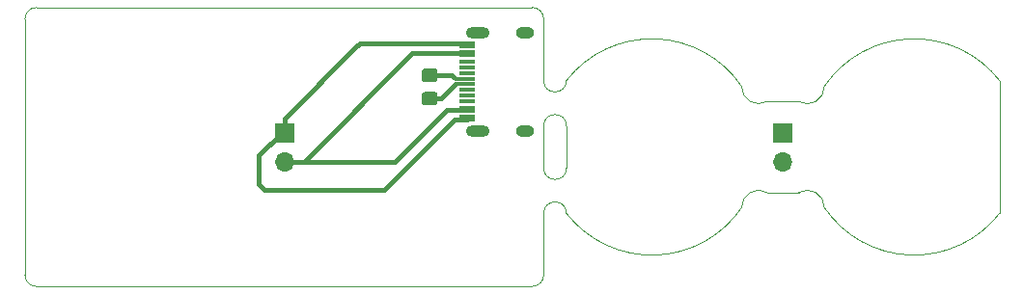
<source format=gbr>
G04 #@! TF.GenerationSoftware,KiCad,Pcbnew,(5.1.5)-3*
G04 #@! TF.CreationDate,2024-11-30T00:03:08+01:00*
G04 #@! TF.ProjectId,tan-usb-pwr,74616e2d-7573-4622-9d70-77722e6b6963,B*
G04 #@! TF.SameCoordinates,PX57bcf00PY53af570*
G04 #@! TF.FileFunction,Copper,L1,Top*
G04 #@! TF.FilePolarity,Positive*
%FSLAX46Y46*%
G04 Gerber Fmt 4.6, Leading zero omitted, Abs format (unit mm)*
G04 Created by KiCad (PCBNEW (5.1.5)-3) date 2024-11-30 00:03:08*
%MOMM*%
%LPD*%
G04 APERTURE LIST*
%ADD10C,0.100000*%
%ADD11C,0.020000*%
%ADD12R,1.450000X0.300000*%
%ADD13O,1.600000X1.000000*%
%ADD14O,2.100000X1.000000*%
%ADD15O,1.700000X1.700000*%
%ADD16R,1.700000X1.700000*%
%ADD17C,0.406400*%
%ADD18C,0.203200*%
%ADD19C,0.304800*%
G04 APERTURE END LIST*
D10*
X47500000Y10400000D02*
X47500000Y14100000D01*
X47500000Y10400000D02*
G75*
G02X45500000Y10400000I-1000000J0D01*
G01*
X45500000Y14100000D02*
G75*
G02X47500000Y14100000I1000000J0D01*
G01*
X85500000Y18081000D02*
X85500000Y6419050D01*
X85500002Y6419049D02*
G75*
G02X70126925Y6933544I-7500002J5830951D01*
G01*
X67871055Y8249999D02*
G75*
G02X70126953Y6933489I756045J-1295529D01*
G01*
X65128900Y8250000D02*
X67871100Y8250000D01*
X62873048Y6933500D02*
G75*
G02X65128947Y8249997I1499852J20970D01*
G01*
X62873061Y6933473D02*
G75*
G02X47500000Y6419001I-7873061J5316527D01*
G01*
X47500023Y18080980D02*
G75*
G02X62873037Y17566510I7499977J-5830980D01*
G01*
X65128949Y16249972D02*
G75*
G02X62873046Y17566469I-756049J1295528D01*
G01*
X65128900Y16250000D02*
X67871100Y16250000D01*
X70126953Y17566480D02*
G75*
G02X67871054Y16249971I-1499853J-20980D01*
G01*
X70126901Y17566472D02*
G75*
G02X85500000Y18081000I7873099J-5316472D01*
G01*
X45500000Y10400000D02*
X45500000Y14100000D01*
X45500000Y6419001D02*
X45500000Y1000000D01*
X45500000Y6419001D02*
G75*
G02X47500000Y6419001I1000000J0D01*
G01*
X47500000Y18080998D02*
G75*
G02X45500000Y18080998I-1000000J0D01*
G01*
X44500000Y24500000D02*
X1000000Y24500000D01*
X44500000Y24500000D02*
G75*
G02X45500000Y23500000I0J-1000000D01*
G01*
X45500000Y18080998D02*
X45500000Y23500000D01*
X45500000Y1000000D02*
G75*
G02X44500000Y0I-1000000J0D01*
G01*
X1000000Y0D02*
X44500000Y0D01*
X0Y23500000D02*
X0Y1000000D01*
X0Y23500000D02*
G75*
G02X1000000Y24500000I1000000J0D01*
G01*
X1000000Y0D02*
G75*
G02X0Y1000000I0J1000000D01*
G01*
G04 #@! TA.AperFunction,SMDPad,CuDef*
D11*
G36*
X35974505Y17073796D02*
G01*
X35998773Y17070196D01*
X36022572Y17064235D01*
X36045671Y17055970D01*
X36067850Y17045480D01*
X36088893Y17032868D01*
X36108599Y17018253D01*
X36126777Y17001777D01*
X36143253Y16983599D01*
X36157868Y16963893D01*
X36170480Y16942850D01*
X36180970Y16920671D01*
X36189235Y16897572D01*
X36195196Y16873773D01*
X36198796Y16849505D01*
X36200000Y16825001D01*
X36200000Y16174999D01*
X36198796Y16150495D01*
X36195196Y16126227D01*
X36189235Y16102428D01*
X36180970Y16079329D01*
X36170480Y16057150D01*
X36157868Y16036107D01*
X36143253Y16016401D01*
X36126777Y15998223D01*
X36108599Y15981747D01*
X36088893Y15967132D01*
X36067850Y15954520D01*
X36045671Y15944030D01*
X36022572Y15935765D01*
X35998773Y15929804D01*
X35974505Y15926204D01*
X35950001Y15925000D01*
X35049999Y15925000D01*
X35025495Y15926204D01*
X35001227Y15929804D01*
X34977428Y15935765D01*
X34954329Y15944030D01*
X34932150Y15954520D01*
X34911107Y15967132D01*
X34891401Y15981747D01*
X34873223Y15998223D01*
X34856747Y16016401D01*
X34842132Y16036107D01*
X34829520Y16057150D01*
X34819030Y16079329D01*
X34810765Y16102428D01*
X34804804Y16126227D01*
X34801204Y16150495D01*
X34800000Y16174999D01*
X34800000Y16825001D01*
X34801204Y16849505D01*
X34804804Y16873773D01*
X34810765Y16897572D01*
X34819030Y16920671D01*
X34829520Y16942850D01*
X34842132Y16963893D01*
X34856747Y16983599D01*
X34873223Y17001777D01*
X34891401Y17018253D01*
X34911107Y17032868D01*
X34932150Y17045480D01*
X34954329Y17055970D01*
X34977428Y17064235D01*
X35001227Y17070196D01*
X35025495Y17073796D01*
X35049999Y17075000D01*
X35950001Y17075000D01*
X35974505Y17073796D01*
G37*
G04 #@! TD.AperFunction*
G04 #@! TA.AperFunction,SMDPad,CuDef*
G36*
X35974505Y19123796D02*
G01*
X35998773Y19120196D01*
X36022572Y19114235D01*
X36045671Y19105970D01*
X36067850Y19095480D01*
X36088893Y19082868D01*
X36108599Y19068253D01*
X36126777Y19051777D01*
X36143253Y19033599D01*
X36157868Y19013893D01*
X36170480Y18992850D01*
X36180970Y18970671D01*
X36189235Y18947572D01*
X36195196Y18923773D01*
X36198796Y18899505D01*
X36200000Y18875001D01*
X36200000Y18224999D01*
X36198796Y18200495D01*
X36195196Y18176227D01*
X36189235Y18152428D01*
X36180970Y18129329D01*
X36170480Y18107150D01*
X36157868Y18086107D01*
X36143253Y18066401D01*
X36126777Y18048223D01*
X36108599Y18031747D01*
X36088893Y18017132D01*
X36067850Y18004520D01*
X36045671Y17994030D01*
X36022572Y17985765D01*
X35998773Y17979804D01*
X35974505Y17976204D01*
X35950001Y17975000D01*
X35049999Y17975000D01*
X35025495Y17976204D01*
X35001227Y17979804D01*
X34977428Y17985765D01*
X34954329Y17994030D01*
X34932150Y18004520D01*
X34911107Y18017132D01*
X34891401Y18031747D01*
X34873223Y18048223D01*
X34856747Y18066401D01*
X34842132Y18086107D01*
X34829520Y18107150D01*
X34819030Y18129329D01*
X34810765Y18152428D01*
X34804804Y18176227D01*
X34801204Y18200495D01*
X34800000Y18224999D01*
X34800000Y18875001D01*
X34801204Y18899505D01*
X34804804Y18923773D01*
X34810765Y18947572D01*
X34819030Y18970671D01*
X34829520Y18992850D01*
X34842132Y19013893D01*
X34856747Y19033599D01*
X34873223Y19051777D01*
X34891401Y19068253D01*
X34911107Y19082868D01*
X34932150Y19095480D01*
X34954329Y19105970D01*
X34977428Y19114235D01*
X35001227Y19120196D01*
X35025495Y19123796D01*
X35049999Y19125000D01*
X35950001Y19125000D01*
X35974505Y19123796D01*
G37*
G04 #@! TD.AperFunction*
D12*
X38805000Y21075000D03*
X38805000Y20600000D03*
X38805000Y15400000D03*
X38805000Y14625000D03*
D13*
X43900000Y22320000D03*
X43900000Y13680000D03*
D14*
X39720000Y22320000D03*
X39720000Y13680000D03*
D12*
X38805000Y17750000D03*
X38805000Y18250000D03*
X38805000Y18750000D03*
X38805000Y17250000D03*
X38805000Y19250000D03*
X38805000Y16750000D03*
X38805000Y19750000D03*
X38805000Y16250000D03*
X38805000Y15700000D03*
X38805000Y20300000D03*
X38805000Y14925000D03*
X38805000Y21375000D03*
D15*
X22750000Y10960000D03*
D16*
X22750000Y13500000D03*
D15*
X66500000Y10960000D03*
D16*
X66500000Y13500000D03*
D17*
X20500000Y11500000D02*
X20500000Y9000000D01*
X20500000Y9000000D02*
X21000000Y8500000D01*
X22500000Y13500000D02*
X20500000Y11500000D01*
X31548600Y8500000D02*
X37673600Y14625000D01*
X37673600Y14625000D02*
X38805000Y14625000D01*
X29000000Y21000000D02*
X22750000Y14756400D01*
X29368600Y21375000D02*
X29000000Y21000000D01*
X21000000Y8500000D02*
X31548600Y8500000D01*
X22750000Y13500000D02*
X22500000Y13500000D01*
X38805000Y21375000D02*
X29368600Y21375000D01*
X22750000Y14756400D02*
X22750000Y13500000D01*
D18*
X38805000Y14625000D02*
X38805000Y14925000D01*
X38805000Y21075000D02*
X38805000Y21375000D01*
D17*
X36993400Y15500000D02*
X38000000Y15500000D01*
X32453400Y10960000D02*
X36993400Y15500000D01*
X22750000Y10960000D02*
X32453400Y10960000D01*
D18*
X38805000Y15400000D02*
X38805000Y15700000D01*
D19*
X38000000Y15500000D02*
X38605000Y15500000D01*
X38605000Y15500000D02*
X38805000Y15700000D01*
X38000000Y20500000D02*
X38705000Y20500000D01*
X38705000Y20500000D02*
X38805000Y20600000D01*
D17*
X24460000Y10960000D02*
X34000000Y20500000D01*
X34000000Y20500000D02*
X38000000Y20500000D01*
D18*
X38805000Y20300000D02*
X38805000Y20600000D01*
D19*
X37750000Y17750000D02*
X37722032Y17722032D01*
X38805000Y17750000D02*
X37750000Y17750000D01*
X37722032Y17722032D02*
X37671232Y17671232D01*
D17*
X36500000Y16500000D02*
X37671232Y17671232D01*
X35500000Y16500000D02*
X36500000Y16500000D01*
D19*
X37775200Y18250000D02*
X38805000Y18250000D01*
D17*
X35500000Y18550000D02*
X37450000Y18550000D01*
D19*
X37755241Y18244759D02*
X37450000Y18550000D01*
X37769959Y18244759D02*
X37775200Y18250000D01*
X37769959Y18244759D02*
X37755241Y18244759D01*
D17*
X37450000Y18550000D02*
X37610000Y18390000D01*
M02*

</source>
